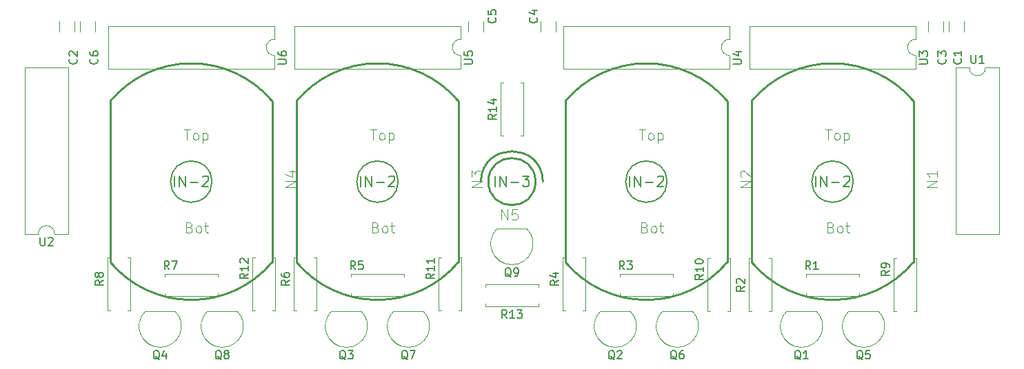
<source format=gbr>
%TF.GenerationSoftware,KiCad,Pcbnew,(6.0.0)*%
%TF.CreationDate,2022-01-22T21:07:15-08:00*%
%TF.ProjectId,nixie_tube_board,6e697869-655f-4747-9562-655f626f6172,rev?*%
%TF.SameCoordinates,Original*%
%TF.FileFunction,Legend,Top*%
%TF.FilePolarity,Positive*%
%FSLAX46Y46*%
G04 Gerber Fmt 4.6, Leading zero omitted, Abs format (unit mm)*
G04 Created by KiCad (PCBNEW (6.0.0)) date 2022-01-22 21:07:15*
%MOMM*%
%LPD*%
G01*
G04 APERTURE LIST*
%ADD10C,0.101600*%
%ADD11C,0.150000*%
%ADD12C,0.254000*%
%ADD13C,0.127000*%
%ADD14C,0.120000*%
G04 APERTURE END LIST*
D10*
%TO.C,N1*%
X165197003Y-99710119D02*
X163927003Y-99710119D01*
X165197003Y-98984404D01*
X163927003Y-98984404D01*
X165197003Y-97714404D02*
X165197003Y-98440119D01*
X165197003Y-98077261D02*
X163927003Y-98077261D01*
X164108432Y-98198214D01*
X164229384Y-98319166D01*
X164289860Y-98440119D01*
D11*
X150343809Y-99634523D02*
X150343809Y-98364523D01*
X150948571Y-99634523D02*
X150948571Y-98364523D01*
X151674285Y-99634523D01*
X151674285Y-98364523D01*
X152279047Y-99150714D02*
X153246666Y-99150714D01*
X153790952Y-98485476D02*
X153851428Y-98425000D01*
X153972380Y-98364523D01*
X154274761Y-98364523D01*
X154395714Y-98425000D01*
X154456190Y-98485476D01*
X154516666Y-98606428D01*
X154516666Y-98727380D01*
X154456190Y-98908809D01*
X153730476Y-99634523D01*
X154516666Y-99634523D01*
D10*
X152188333Y-104684285D02*
X152369761Y-104744761D01*
X152430238Y-104805238D01*
X152490714Y-104926190D01*
X152490714Y-105107619D01*
X152430238Y-105228571D01*
X152369761Y-105289047D01*
X152248809Y-105349523D01*
X151765000Y-105349523D01*
X151765000Y-104079523D01*
X152188333Y-104079523D01*
X152309285Y-104140000D01*
X152369761Y-104200476D01*
X152430238Y-104321428D01*
X152430238Y-104442380D01*
X152369761Y-104563333D01*
X152309285Y-104623809D01*
X152188333Y-104684285D01*
X151765000Y-104684285D01*
X153216428Y-105349523D02*
X153095476Y-105289047D01*
X153035000Y-105228571D01*
X152974523Y-105107619D01*
X152974523Y-104744761D01*
X153035000Y-104623809D01*
X153095476Y-104563333D01*
X153216428Y-104502857D01*
X153397857Y-104502857D01*
X153518809Y-104563333D01*
X153579285Y-104623809D01*
X153639761Y-104744761D01*
X153639761Y-105107619D01*
X153579285Y-105228571D01*
X153518809Y-105289047D01*
X153397857Y-105349523D01*
X153216428Y-105349523D01*
X154002619Y-104502857D02*
X154486428Y-104502857D01*
X154184047Y-104079523D02*
X154184047Y-105168095D01*
X154244523Y-105289047D01*
X154365476Y-105349523D01*
X154486428Y-105349523D01*
X151523095Y-92649523D02*
X152248809Y-92649523D01*
X151885952Y-93919523D02*
X151885952Y-92649523D01*
X152853571Y-93919523D02*
X152732619Y-93859047D01*
X152672142Y-93798571D01*
X152611666Y-93677619D01*
X152611666Y-93314761D01*
X152672142Y-93193809D01*
X152732619Y-93133333D01*
X152853571Y-93072857D01*
X153035000Y-93072857D01*
X153155952Y-93133333D01*
X153216428Y-93193809D01*
X153276904Y-93314761D01*
X153276904Y-93677619D01*
X153216428Y-93798571D01*
X153155952Y-93859047D01*
X153035000Y-93919523D01*
X152853571Y-93919523D01*
X153821190Y-93072857D02*
X153821190Y-94342857D01*
X153821190Y-93133333D02*
X153942142Y-93072857D01*
X154184047Y-93072857D01*
X154305000Y-93133333D01*
X154365476Y-93193809D01*
X154425952Y-93314761D01*
X154425952Y-93677619D01*
X154365476Y-93798571D01*
X154305000Y-93859047D01*
X154184047Y-93919523D01*
X153942142Y-93919523D01*
X153821190Y-93859047D01*
%TO.C,N2*%
X142337003Y-99710119D02*
X141067003Y-99710119D01*
X142337003Y-98984404D01*
X141067003Y-98984404D01*
X141187956Y-98440119D02*
X141127480Y-98379642D01*
X141067003Y-98258690D01*
X141067003Y-97956309D01*
X141127480Y-97835357D01*
X141187956Y-97774880D01*
X141308908Y-97714404D01*
X141429860Y-97714404D01*
X141611289Y-97774880D01*
X142337003Y-98500595D01*
X142337003Y-97714404D01*
D11*
X127483809Y-99634523D02*
X127483809Y-98364523D01*
X128088571Y-99634523D02*
X128088571Y-98364523D01*
X128814285Y-99634523D01*
X128814285Y-98364523D01*
X129419047Y-99150714D02*
X130386666Y-99150714D01*
X130930952Y-98485476D02*
X130991428Y-98425000D01*
X131112380Y-98364523D01*
X131414761Y-98364523D01*
X131535714Y-98425000D01*
X131596190Y-98485476D01*
X131656666Y-98606428D01*
X131656666Y-98727380D01*
X131596190Y-98908809D01*
X130870476Y-99634523D01*
X131656666Y-99634523D01*
D10*
X128663095Y-92649523D02*
X129388809Y-92649523D01*
X129025952Y-93919523D02*
X129025952Y-92649523D01*
X129993571Y-93919523D02*
X129872619Y-93859047D01*
X129812142Y-93798571D01*
X129751666Y-93677619D01*
X129751666Y-93314761D01*
X129812142Y-93193809D01*
X129872619Y-93133333D01*
X129993571Y-93072857D01*
X130175000Y-93072857D01*
X130295952Y-93133333D01*
X130356428Y-93193809D01*
X130416904Y-93314761D01*
X130416904Y-93677619D01*
X130356428Y-93798571D01*
X130295952Y-93859047D01*
X130175000Y-93919523D01*
X129993571Y-93919523D01*
X130961190Y-93072857D02*
X130961190Y-94342857D01*
X130961190Y-93133333D02*
X131082142Y-93072857D01*
X131324047Y-93072857D01*
X131445000Y-93133333D01*
X131505476Y-93193809D01*
X131565952Y-93314761D01*
X131565952Y-93677619D01*
X131505476Y-93798571D01*
X131445000Y-93859047D01*
X131324047Y-93919523D01*
X131082142Y-93919523D01*
X130961190Y-93859047D01*
X129328333Y-104684285D02*
X129509761Y-104744761D01*
X129570238Y-104805238D01*
X129630714Y-104926190D01*
X129630714Y-105107619D01*
X129570238Y-105228571D01*
X129509761Y-105289047D01*
X129388809Y-105349523D01*
X128905000Y-105349523D01*
X128905000Y-104079523D01*
X129328333Y-104079523D01*
X129449285Y-104140000D01*
X129509761Y-104200476D01*
X129570238Y-104321428D01*
X129570238Y-104442380D01*
X129509761Y-104563333D01*
X129449285Y-104623809D01*
X129328333Y-104684285D01*
X128905000Y-104684285D01*
X130356428Y-105349523D02*
X130235476Y-105289047D01*
X130175000Y-105228571D01*
X130114523Y-105107619D01*
X130114523Y-104744761D01*
X130175000Y-104623809D01*
X130235476Y-104563333D01*
X130356428Y-104502857D01*
X130537857Y-104502857D01*
X130658809Y-104563333D01*
X130719285Y-104623809D01*
X130779761Y-104744761D01*
X130779761Y-105107619D01*
X130719285Y-105228571D01*
X130658809Y-105289047D01*
X130537857Y-105349523D01*
X130356428Y-105349523D01*
X131142619Y-104502857D02*
X131626428Y-104502857D01*
X131324047Y-104079523D02*
X131324047Y-105168095D01*
X131384523Y-105289047D01*
X131505476Y-105349523D01*
X131626428Y-105349523D01*
%TO.C,N3*%
X109317003Y-99710119D02*
X108047003Y-99710119D01*
X109317003Y-98984404D01*
X108047003Y-98984404D01*
X108047003Y-98500595D02*
X108047003Y-97714404D01*
X108530813Y-98137738D01*
X108530813Y-97956309D01*
X108591289Y-97835357D01*
X108651765Y-97774880D01*
X108772718Y-97714404D01*
X109075099Y-97714404D01*
X109196051Y-97774880D01*
X109256527Y-97835357D01*
X109317003Y-97956309D01*
X109317003Y-98319166D01*
X109256527Y-98440119D01*
X109196051Y-98500595D01*
D11*
X94463809Y-99634523D02*
X94463809Y-98364523D01*
X95068571Y-99634523D02*
X95068571Y-98364523D01*
X95794285Y-99634523D01*
X95794285Y-98364523D01*
X96399047Y-99150714D02*
X97366666Y-99150714D01*
X97910952Y-98485476D02*
X97971428Y-98425000D01*
X98092380Y-98364523D01*
X98394761Y-98364523D01*
X98515714Y-98425000D01*
X98576190Y-98485476D01*
X98636666Y-98606428D01*
X98636666Y-98727380D01*
X98576190Y-98908809D01*
X97850476Y-99634523D01*
X98636666Y-99634523D01*
D10*
X96308333Y-104684285D02*
X96489761Y-104744761D01*
X96550238Y-104805238D01*
X96610714Y-104926190D01*
X96610714Y-105107619D01*
X96550238Y-105228571D01*
X96489761Y-105289047D01*
X96368809Y-105349523D01*
X95885000Y-105349523D01*
X95885000Y-104079523D01*
X96308333Y-104079523D01*
X96429285Y-104140000D01*
X96489761Y-104200476D01*
X96550238Y-104321428D01*
X96550238Y-104442380D01*
X96489761Y-104563333D01*
X96429285Y-104623809D01*
X96308333Y-104684285D01*
X95885000Y-104684285D01*
X97336428Y-105349523D02*
X97215476Y-105289047D01*
X97155000Y-105228571D01*
X97094523Y-105107619D01*
X97094523Y-104744761D01*
X97155000Y-104623809D01*
X97215476Y-104563333D01*
X97336428Y-104502857D01*
X97517857Y-104502857D01*
X97638809Y-104563333D01*
X97699285Y-104623809D01*
X97759761Y-104744761D01*
X97759761Y-105107619D01*
X97699285Y-105228571D01*
X97638809Y-105289047D01*
X97517857Y-105349523D01*
X97336428Y-105349523D01*
X98122619Y-104502857D02*
X98606428Y-104502857D01*
X98304047Y-104079523D02*
X98304047Y-105168095D01*
X98364523Y-105289047D01*
X98485476Y-105349523D01*
X98606428Y-105349523D01*
X95643095Y-92649523D02*
X96368809Y-92649523D01*
X96005952Y-93919523D02*
X96005952Y-92649523D01*
X96973571Y-93919523D02*
X96852619Y-93859047D01*
X96792142Y-93798571D01*
X96731666Y-93677619D01*
X96731666Y-93314761D01*
X96792142Y-93193809D01*
X96852619Y-93133333D01*
X96973571Y-93072857D01*
X97155000Y-93072857D01*
X97275952Y-93133333D01*
X97336428Y-93193809D01*
X97396904Y-93314761D01*
X97396904Y-93677619D01*
X97336428Y-93798571D01*
X97275952Y-93859047D01*
X97155000Y-93919523D01*
X96973571Y-93919523D01*
X97941190Y-93072857D02*
X97941190Y-94342857D01*
X97941190Y-93133333D02*
X98062142Y-93072857D01*
X98304047Y-93072857D01*
X98425000Y-93133333D01*
X98485476Y-93193809D01*
X98545952Y-93314761D01*
X98545952Y-93677619D01*
X98485476Y-93798571D01*
X98425000Y-93859047D01*
X98304047Y-93919523D01*
X98062142Y-93919523D01*
X97941190Y-93859047D01*
%TO.C,N4*%
X86457003Y-99710119D02*
X85187003Y-99710119D01*
X86457003Y-98984404D01*
X85187003Y-98984404D01*
X85610337Y-97835357D02*
X86457003Y-97835357D01*
X85126527Y-98137738D02*
X86033670Y-98440119D01*
X86033670Y-97653928D01*
D11*
X71603809Y-99634523D02*
X71603809Y-98364523D01*
X72208571Y-99634523D02*
X72208571Y-98364523D01*
X72934285Y-99634523D01*
X72934285Y-98364523D01*
X73539047Y-99150714D02*
X74506666Y-99150714D01*
X75050952Y-98485476D02*
X75111428Y-98425000D01*
X75232380Y-98364523D01*
X75534761Y-98364523D01*
X75655714Y-98425000D01*
X75716190Y-98485476D01*
X75776666Y-98606428D01*
X75776666Y-98727380D01*
X75716190Y-98908809D01*
X74990476Y-99634523D01*
X75776666Y-99634523D01*
D10*
X72783095Y-92649523D02*
X73508809Y-92649523D01*
X73145952Y-93919523D02*
X73145952Y-92649523D01*
X74113571Y-93919523D02*
X73992619Y-93859047D01*
X73932142Y-93798571D01*
X73871666Y-93677619D01*
X73871666Y-93314761D01*
X73932142Y-93193809D01*
X73992619Y-93133333D01*
X74113571Y-93072857D01*
X74295000Y-93072857D01*
X74415952Y-93133333D01*
X74476428Y-93193809D01*
X74536904Y-93314761D01*
X74536904Y-93677619D01*
X74476428Y-93798571D01*
X74415952Y-93859047D01*
X74295000Y-93919523D01*
X74113571Y-93919523D01*
X75081190Y-93072857D02*
X75081190Y-94342857D01*
X75081190Y-93133333D02*
X75202142Y-93072857D01*
X75444047Y-93072857D01*
X75565000Y-93133333D01*
X75625476Y-93193809D01*
X75685952Y-93314761D01*
X75685952Y-93677619D01*
X75625476Y-93798571D01*
X75565000Y-93859047D01*
X75444047Y-93919523D01*
X75202142Y-93919523D01*
X75081190Y-93859047D01*
X73448333Y-104684285D02*
X73629761Y-104744761D01*
X73690238Y-104805238D01*
X73750714Y-104926190D01*
X73750714Y-105107619D01*
X73690238Y-105228571D01*
X73629761Y-105289047D01*
X73508809Y-105349523D01*
X73025000Y-105349523D01*
X73025000Y-104079523D01*
X73448333Y-104079523D01*
X73569285Y-104140000D01*
X73629761Y-104200476D01*
X73690238Y-104321428D01*
X73690238Y-104442380D01*
X73629761Y-104563333D01*
X73569285Y-104623809D01*
X73448333Y-104684285D01*
X73025000Y-104684285D01*
X74476428Y-105349523D02*
X74355476Y-105289047D01*
X74295000Y-105228571D01*
X74234523Y-105107619D01*
X74234523Y-104744761D01*
X74295000Y-104623809D01*
X74355476Y-104563333D01*
X74476428Y-104502857D01*
X74657857Y-104502857D01*
X74778809Y-104563333D01*
X74839285Y-104623809D01*
X74899761Y-104744761D01*
X74899761Y-105107619D01*
X74839285Y-105228571D01*
X74778809Y-105289047D01*
X74657857Y-105349523D01*
X74476428Y-105349523D01*
X75262619Y-104502857D02*
X75746428Y-104502857D01*
X75444047Y-104079523D02*
X75444047Y-105168095D01*
X75504523Y-105289047D01*
X75625476Y-105349523D01*
X75746428Y-105349523D01*
D11*
%TO.C,Q1*%
X148494761Y-120947619D02*
X148399523Y-120900000D01*
X148304285Y-120804761D01*
X148161428Y-120661904D01*
X148066190Y-120614285D01*
X147970952Y-120614285D01*
X148018571Y-120852380D02*
X147923333Y-120804761D01*
X147828095Y-120709523D01*
X147780476Y-120519047D01*
X147780476Y-120185714D01*
X147828095Y-119995238D01*
X147923333Y-119900000D01*
X148018571Y-119852380D01*
X148209047Y-119852380D01*
X148304285Y-119900000D01*
X148399523Y-119995238D01*
X148447142Y-120185714D01*
X148447142Y-120519047D01*
X148399523Y-120709523D01*
X148304285Y-120804761D01*
X148209047Y-120852380D01*
X148018571Y-120852380D01*
X149399523Y-120852380D02*
X148828095Y-120852380D01*
X149113809Y-120852380D02*
X149113809Y-119852380D01*
X149018571Y-119995238D01*
X148923333Y-120090476D01*
X148828095Y-120138095D01*
%TO.C,Q5*%
X156114761Y-120947619D02*
X156019523Y-120900000D01*
X155924285Y-120804761D01*
X155781428Y-120661904D01*
X155686190Y-120614285D01*
X155590952Y-120614285D01*
X155638571Y-120852380D02*
X155543333Y-120804761D01*
X155448095Y-120709523D01*
X155400476Y-120519047D01*
X155400476Y-120185714D01*
X155448095Y-119995238D01*
X155543333Y-119900000D01*
X155638571Y-119852380D01*
X155829047Y-119852380D01*
X155924285Y-119900000D01*
X156019523Y-119995238D01*
X156067142Y-120185714D01*
X156067142Y-120519047D01*
X156019523Y-120709523D01*
X155924285Y-120804761D01*
X155829047Y-120852380D01*
X155638571Y-120852380D01*
X156971904Y-119852380D02*
X156495714Y-119852380D01*
X156448095Y-120328571D01*
X156495714Y-120280952D01*
X156590952Y-120233333D01*
X156829047Y-120233333D01*
X156924285Y-120280952D01*
X156971904Y-120328571D01*
X157019523Y-120423809D01*
X157019523Y-120661904D01*
X156971904Y-120757142D01*
X156924285Y-120804761D01*
X156829047Y-120852380D01*
X156590952Y-120852380D01*
X156495714Y-120804761D01*
X156448095Y-120757142D01*
%TO.C,R2*%
X141592380Y-111926666D02*
X141116190Y-112260000D01*
X141592380Y-112498095D02*
X140592380Y-112498095D01*
X140592380Y-112117142D01*
X140640000Y-112021904D01*
X140687619Y-111974285D01*
X140782857Y-111926666D01*
X140925714Y-111926666D01*
X141020952Y-111974285D01*
X141068571Y-112021904D01*
X141116190Y-112117142D01*
X141116190Y-112498095D01*
X140687619Y-111545714D02*
X140640000Y-111498095D01*
X140592380Y-111402857D01*
X140592380Y-111164761D01*
X140640000Y-111069523D01*
X140687619Y-111021904D01*
X140782857Y-110974285D01*
X140878095Y-110974285D01*
X141020952Y-111021904D01*
X141592380Y-111593333D01*
X141592380Y-110974285D01*
%TO.C,R10*%
X136512380Y-110497857D02*
X136036190Y-110831190D01*
X136512380Y-111069285D02*
X135512380Y-111069285D01*
X135512380Y-110688333D01*
X135560000Y-110593095D01*
X135607619Y-110545476D01*
X135702857Y-110497857D01*
X135845714Y-110497857D01*
X135940952Y-110545476D01*
X135988571Y-110593095D01*
X136036190Y-110688333D01*
X136036190Y-111069285D01*
X136512380Y-109545476D02*
X136512380Y-110116904D01*
X136512380Y-109831190D02*
X135512380Y-109831190D01*
X135655238Y-109926428D01*
X135750476Y-110021666D01*
X135798095Y-110116904D01*
X135512380Y-108926428D02*
X135512380Y-108831190D01*
X135560000Y-108735952D01*
X135607619Y-108688333D01*
X135702857Y-108640714D01*
X135893333Y-108593095D01*
X136131428Y-108593095D01*
X136321904Y-108640714D01*
X136417142Y-108688333D01*
X136464761Y-108735952D01*
X136512380Y-108831190D01*
X136512380Y-108926428D01*
X136464761Y-109021666D01*
X136417142Y-109069285D01*
X136321904Y-109116904D01*
X136131428Y-109164523D01*
X135893333Y-109164523D01*
X135702857Y-109116904D01*
X135607619Y-109069285D01*
X135560000Y-109021666D01*
X135512380Y-108926428D01*
%TO.C,U2*%
X55118095Y-105922380D02*
X55118095Y-106731904D01*
X55165714Y-106827142D01*
X55213333Y-106874761D01*
X55308571Y-106922380D01*
X55499047Y-106922380D01*
X55594285Y-106874761D01*
X55641904Y-106827142D01*
X55689523Y-106731904D01*
X55689523Y-105922380D01*
X56118095Y-106017619D02*
X56165714Y-105970000D01*
X56260952Y-105922380D01*
X56499047Y-105922380D01*
X56594285Y-105970000D01*
X56641904Y-106017619D01*
X56689523Y-106112857D01*
X56689523Y-106208095D01*
X56641904Y-106350952D01*
X56070476Y-106922380D01*
X56689523Y-106922380D01*
%TO.C,U3*%
X163072380Y-84581904D02*
X163881904Y-84581904D01*
X163977142Y-84534285D01*
X164024761Y-84486666D01*
X164072380Y-84391428D01*
X164072380Y-84200952D01*
X164024761Y-84105714D01*
X163977142Y-84058095D01*
X163881904Y-84010476D01*
X163072380Y-84010476D01*
X163072380Y-83629523D02*
X163072380Y-83010476D01*
X163453333Y-83343809D01*
X163453333Y-83200952D01*
X163500952Y-83105714D01*
X163548571Y-83058095D01*
X163643809Y-83010476D01*
X163881904Y-83010476D01*
X163977142Y-83058095D01*
X164024761Y-83105714D01*
X164072380Y-83200952D01*
X164072380Y-83486666D01*
X164024761Y-83581904D01*
X163977142Y-83629523D01*
%TO.C,U4*%
X140212380Y-84581904D02*
X141021904Y-84581904D01*
X141117142Y-84534285D01*
X141164761Y-84486666D01*
X141212380Y-84391428D01*
X141212380Y-84200952D01*
X141164761Y-84105714D01*
X141117142Y-84058095D01*
X141021904Y-84010476D01*
X140212380Y-84010476D01*
X140545714Y-83105714D02*
X141212380Y-83105714D01*
X140164761Y-83343809D02*
X140879047Y-83581904D01*
X140879047Y-82962857D01*
%TO.C,U5*%
X107192380Y-84581904D02*
X108001904Y-84581904D01*
X108097142Y-84534285D01*
X108144761Y-84486666D01*
X108192380Y-84391428D01*
X108192380Y-84200952D01*
X108144761Y-84105714D01*
X108097142Y-84058095D01*
X108001904Y-84010476D01*
X107192380Y-84010476D01*
X107192380Y-83058095D02*
X107192380Y-83534285D01*
X107668571Y-83581904D01*
X107620952Y-83534285D01*
X107573333Y-83439047D01*
X107573333Y-83200952D01*
X107620952Y-83105714D01*
X107668571Y-83058095D01*
X107763809Y-83010476D01*
X108001904Y-83010476D01*
X108097142Y-83058095D01*
X108144761Y-83105714D01*
X108192380Y-83200952D01*
X108192380Y-83439047D01*
X108144761Y-83534285D01*
X108097142Y-83581904D01*
%TO.C,U6*%
X84332380Y-84581904D02*
X85141904Y-84581904D01*
X85237142Y-84534285D01*
X85284761Y-84486666D01*
X85332380Y-84391428D01*
X85332380Y-84200952D01*
X85284761Y-84105714D01*
X85237142Y-84058095D01*
X85141904Y-84010476D01*
X84332380Y-84010476D01*
X84332380Y-83105714D02*
X84332380Y-83296190D01*
X84380000Y-83391428D01*
X84427619Y-83439047D01*
X84570476Y-83534285D01*
X84760952Y-83581904D01*
X85141904Y-83581904D01*
X85237142Y-83534285D01*
X85284761Y-83486666D01*
X85332380Y-83391428D01*
X85332380Y-83200952D01*
X85284761Y-83105714D01*
X85237142Y-83058095D01*
X85141904Y-83010476D01*
X84903809Y-83010476D01*
X84808571Y-83058095D01*
X84760952Y-83105714D01*
X84713333Y-83200952D01*
X84713333Y-83391428D01*
X84760952Y-83486666D01*
X84808571Y-83534285D01*
X84903809Y-83581904D01*
%TO.C,R13*%
X112387142Y-115852380D02*
X112053809Y-115376190D01*
X111815714Y-115852380D02*
X111815714Y-114852380D01*
X112196666Y-114852380D01*
X112291904Y-114900000D01*
X112339523Y-114947619D01*
X112387142Y-115042857D01*
X112387142Y-115185714D01*
X112339523Y-115280952D01*
X112291904Y-115328571D01*
X112196666Y-115376190D01*
X111815714Y-115376190D01*
X113339523Y-115852380D02*
X112768095Y-115852380D01*
X113053809Y-115852380D02*
X113053809Y-114852380D01*
X112958571Y-114995238D01*
X112863333Y-115090476D01*
X112768095Y-115138095D01*
X113672857Y-114852380D02*
X114291904Y-114852380D01*
X113958571Y-115233333D01*
X114101428Y-115233333D01*
X114196666Y-115280952D01*
X114244285Y-115328571D01*
X114291904Y-115423809D01*
X114291904Y-115661904D01*
X114244285Y-115757142D01*
X114196666Y-115804761D01*
X114101428Y-115852380D01*
X113815714Y-115852380D01*
X113720476Y-115804761D01*
X113672857Y-115757142D01*
%TO.C,R9*%
X159372380Y-110021666D02*
X158896190Y-110355000D01*
X159372380Y-110593095D02*
X158372380Y-110593095D01*
X158372380Y-110212142D01*
X158420000Y-110116904D01*
X158467619Y-110069285D01*
X158562857Y-110021666D01*
X158705714Y-110021666D01*
X158800952Y-110069285D01*
X158848571Y-110116904D01*
X158896190Y-110212142D01*
X158896190Y-110593095D01*
X159372380Y-109545476D02*
X159372380Y-109355000D01*
X159324761Y-109259761D01*
X159277142Y-109212142D01*
X159134285Y-109116904D01*
X158943809Y-109069285D01*
X158562857Y-109069285D01*
X158467619Y-109116904D01*
X158420000Y-109164523D01*
X158372380Y-109259761D01*
X158372380Y-109450238D01*
X158420000Y-109545476D01*
X158467619Y-109593095D01*
X158562857Y-109640714D01*
X158800952Y-109640714D01*
X158896190Y-109593095D01*
X158943809Y-109545476D01*
X158991428Y-109450238D01*
X158991428Y-109259761D01*
X158943809Y-109164523D01*
X158896190Y-109116904D01*
X158800952Y-109069285D01*
%TO.C,U1*%
X169418095Y-83482380D02*
X169418095Y-84291904D01*
X169465714Y-84387142D01*
X169513333Y-84434761D01*
X169608571Y-84482380D01*
X169799047Y-84482380D01*
X169894285Y-84434761D01*
X169941904Y-84387142D01*
X169989523Y-84291904D01*
X169989523Y-83482380D01*
X170989523Y-84482380D02*
X170418095Y-84482380D01*
X170703809Y-84482380D02*
X170703809Y-83482380D01*
X170608571Y-83625238D01*
X170513333Y-83720476D01*
X170418095Y-83768095D01*
%TO.C,R1*%
X149693333Y-109842380D02*
X149360000Y-109366190D01*
X149121904Y-109842380D02*
X149121904Y-108842380D01*
X149502857Y-108842380D01*
X149598095Y-108890000D01*
X149645714Y-108937619D01*
X149693333Y-109032857D01*
X149693333Y-109175714D01*
X149645714Y-109270952D01*
X149598095Y-109318571D01*
X149502857Y-109366190D01*
X149121904Y-109366190D01*
X150645714Y-109842380D02*
X150074285Y-109842380D01*
X150360000Y-109842380D02*
X150360000Y-108842380D01*
X150264761Y-108985238D01*
X150169523Y-109080476D01*
X150074285Y-109128095D01*
%TO.C,Q9*%
X112934761Y-110787619D02*
X112839523Y-110740000D01*
X112744285Y-110644761D01*
X112601428Y-110501904D01*
X112506190Y-110454285D01*
X112410952Y-110454285D01*
X112458571Y-110692380D02*
X112363333Y-110644761D01*
X112268095Y-110549523D01*
X112220476Y-110359047D01*
X112220476Y-110025714D01*
X112268095Y-109835238D01*
X112363333Y-109740000D01*
X112458571Y-109692380D01*
X112649047Y-109692380D01*
X112744285Y-109740000D01*
X112839523Y-109835238D01*
X112887142Y-110025714D01*
X112887142Y-110359047D01*
X112839523Y-110549523D01*
X112744285Y-110644761D01*
X112649047Y-110692380D01*
X112458571Y-110692380D01*
X113363333Y-110692380D02*
X113553809Y-110692380D01*
X113649047Y-110644761D01*
X113696666Y-110597142D01*
X113791904Y-110454285D01*
X113839523Y-110263809D01*
X113839523Y-109882857D01*
X113791904Y-109787619D01*
X113744285Y-109740000D01*
X113649047Y-109692380D01*
X113458571Y-109692380D01*
X113363333Y-109740000D01*
X113315714Y-109787619D01*
X113268095Y-109882857D01*
X113268095Y-110120952D01*
X113315714Y-110216190D01*
X113363333Y-110263809D01*
X113458571Y-110311428D01*
X113649047Y-110311428D01*
X113744285Y-110263809D01*
X113791904Y-110216190D01*
X113839523Y-110120952D01*
%TO.C,Q8*%
X77374761Y-120947619D02*
X77279523Y-120900000D01*
X77184285Y-120804761D01*
X77041428Y-120661904D01*
X76946190Y-120614285D01*
X76850952Y-120614285D01*
X76898571Y-120852380D02*
X76803333Y-120804761D01*
X76708095Y-120709523D01*
X76660476Y-120519047D01*
X76660476Y-120185714D01*
X76708095Y-119995238D01*
X76803333Y-119900000D01*
X76898571Y-119852380D01*
X77089047Y-119852380D01*
X77184285Y-119900000D01*
X77279523Y-119995238D01*
X77327142Y-120185714D01*
X77327142Y-120519047D01*
X77279523Y-120709523D01*
X77184285Y-120804761D01*
X77089047Y-120852380D01*
X76898571Y-120852380D01*
X77898571Y-120280952D02*
X77803333Y-120233333D01*
X77755714Y-120185714D01*
X77708095Y-120090476D01*
X77708095Y-120042857D01*
X77755714Y-119947619D01*
X77803333Y-119900000D01*
X77898571Y-119852380D01*
X78089047Y-119852380D01*
X78184285Y-119900000D01*
X78231904Y-119947619D01*
X78279523Y-120042857D01*
X78279523Y-120090476D01*
X78231904Y-120185714D01*
X78184285Y-120233333D01*
X78089047Y-120280952D01*
X77898571Y-120280952D01*
X77803333Y-120328571D01*
X77755714Y-120376190D01*
X77708095Y-120471428D01*
X77708095Y-120661904D01*
X77755714Y-120757142D01*
X77803333Y-120804761D01*
X77898571Y-120852380D01*
X78089047Y-120852380D01*
X78184285Y-120804761D01*
X78231904Y-120757142D01*
X78279523Y-120661904D01*
X78279523Y-120471428D01*
X78231904Y-120376190D01*
X78184285Y-120328571D01*
X78089047Y-120280952D01*
%TO.C,R11*%
X103492380Y-110397857D02*
X103016190Y-110731190D01*
X103492380Y-110969285D02*
X102492380Y-110969285D01*
X102492380Y-110588333D01*
X102540000Y-110493095D01*
X102587619Y-110445476D01*
X102682857Y-110397857D01*
X102825714Y-110397857D01*
X102920952Y-110445476D01*
X102968571Y-110493095D01*
X103016190Y-110588333D01*
X103016190Y-110969285D01*
X103492380Y-109445476D02*
X103492380Y-110016904D01*
X103492380Y-109731190D02*
X102492380Y-109731190D01*
X102635238Y-109826428D01*
X102730476Y-109921666D01*
X102778095Y-110016904D01*
X103492380Y-108493095D02*
X103492380Y-109064523D01*
X103492380Y-108778809D02*
X102492380Y-108778809D01*
X102635238Y-108874047D01*
X102730476Y-108969285D01*
X102778095Y-109064523D01*
%TO.C,C3*%
X166237142Y-83966666D02*
X166284761Y-84014285D01*
X166332380Y-84157142D01*
X166332380Y-84252380D01*
X166284761Y-84395238D01*
X166189523Y-84490476D01*
X166094285Y-84538095D01*
X165903809Y-84585714D01*
X165760952Y-84585714D01*
X165570476Y-84538095D01*
X165475238Y-84490476D01*
X165380000Y-84395238D01*
X165332380Y-84252380D01*
X165332380Y-84157142D01*
X165380000Y-84014285D01*
X165427619Y-83966666D01*
X165332380Y-83633333D02*
X165332380Y-83014285D01*
X165713333Y-83347619D01*
X165713333Y-83204761D01*
X165760952Y-83109523D01*
X165808571Y-83061904D01*
X165903809Y-83014285D01*
X166141904Y-83014285D01*
X166237142Y-83061904D01*
X166284761Y-83109523D01*
X166332380Y-83204761D01*
X166332380Y-83490476D01*
X166284761Y-83585714D01*
X166237142Y-83633333D01*
%TO.C,R8*%
X62852380Y-111191666D02*
X62376190Y-111525000D01*
X62852380Y-111763095D02*
X61852380Y-111763095D01*
X61852380Y-111382142D01*
X61900000Y-111286904D01*
X61947619Y-111239285D01*
X62042857Y-111191666D01*
X62185714Y-111191666D01*
X62280952Y-111239285D01*
X62328571Y-111286904D01*
X62376190Y-111382142D01*
X62376190Y-111763095D01*
X62280952Y-110620238D02*
X62233333Y-110715476D01*
X62185714Y-110763095D01*
X62090476Y-110810714D01*
X62042857Y-110810714D01*
X61947619Y-110763095D01*
X61900000Y-110715476D01*
X61852380Y-110620238D01*
X61852380Y-110429761D01*
X61900000Y-110334523D01*
X61947619Y-110286904D01*
X62042857Y-110239285D01*
X62090476Y-110239285D01*
X62185714Y-110286904D01*
X62233333Y-110334523D01*
X62280952Y-110429761D01*
X62280952Y-110620238D01*
X62328571Y-110715476D01*
X62376190Y-110763095D01*
X62471428Y-110810714D01*
X62661904Y-110810714D01*
X62757142Y-110763095D01*
X62804761Y-110715476D01*
X62852380Y-110620238D01*
X62852380Y-110429761D01*
X62804761Y-110334523D01*
X62757142Y-110286904D01*
X62661904Y-110239285D01*
X62471428Y-110239285D01*
X62376190Y-110286904D01*
X62328571Y-110334523D01*
X62280952Y-110429761D01*
%TO.C,Q6*%
X133254761Y-120947619D02*
X133159523Y-120900000D01*
X133064285Y-120804761D01*
X132921428Y-120661904D01*
X132826190Y-120614285D01*
X132730952Y-120614285D01*
X132778571Y-120852380D02*
X132683333Y-120804761D01*
X132588095Y-120709523D01*
X132540476Y-120519047D01*
X132540476Y-120185714D01*
X132588095Y-119995238D01*
X132683333Y-119900000D01*
X132778571Y-119852380D01*
X132969047Y-119852380D01*
X133064285Y-119900000D01*
X133159523Y-119995238D01*
X133207142Y-120185714D01*
X133207142Y-120519047D01*
X133159523Y-120709523D01*
X133064285Y-120804761D01*
X132969047Y-120852380D01*
X132778571Y-120852380D01*
X134064285Y-119852380D02*
X133873809Y-119852380D01*
X133778571Y-119900000D01*
X133730952Y-119947619D01*
X133635714Y-120090476D01*
X133588095Y-120280952D01*
X133588095Y-120661904D01*
X133635714Y-120757142D01*
X133683333Y-120804761D01*
X133778571Y-120852380D01*
X133969047Y-120852380D01*
X134064285Y-120804761D01*
X134111904Y-120757142D01*
X134159523Y-120661904D01*
X134159523Y-120423809D01*
X134111904Y-120328571D01*
X134064285Y-120280952D01*
X133969047Y-120233333D01*
X133778571Y-120233333D01*
X133683333Y-120280952D01*
X133635714Y-120328571D01*
X133588095Y-120423809D01*
%TO.C,R5*%
X93813333Y-109842380D02*
X93480000Y-109366190D01*
X93241904Y-109842380D02*
X93241904Y-108842380D01*
X93622857Y-108842380D01*
X93718095Y-108890000D01*
X93765714Y-108937619D01*
X93813333Y-109032857D01*
X93813333Y-109175714D01*
X93765714Y-109270952D01*
X93718095Y-109318571D01*
X93622857Y-109366190D01*
X93241904Y-109366190D01*
X94718095Y-108842380D02*
X94241904Y-108842380D01*
X94194285Y-109318571D01*
X94241904Y-109270952D01*
X94337142Y-109223333D01*
X94575238Y-109223333D01*
X94670476Y-109270952D01*
X94718095Y-109318571D01*
X94765714Y-109413809D01*
X94765714Y-109651904D01*
X94718095Y-109747142D01*
X94670476Y-109794761D01*
X94575238Y-109842380D01*
X94337142Y-109842380D01*
X94241904Y-109794761D01*
X94194285Y-109747142D01*
%TO.C,C1*%
X168142142Y-83940666D02*
X168189761Y-83988285D01*
X168237380Y-84131142D01*
X168237380Y-84226380D01*
X168189761Y-84369238D01*
X168094523Y-84464476D01*
X167999285Y-84512095D01*
X167808809Y-84559714D01*
X167665952Y-84559714D01*
X167475476Y-84512095D01*
X167380238Y-84464476D01*
X167285000Y-84369238D01*
X167237380Y-84226380D01*
X167237380Y-84131142D01*
X167285000Y-83988285D01*
X167332619Y-83940666D01*
X168237380Y-82988285D02*
X168237380Y-83559714D01*
X168237380Y-83274000D02*
X167237380Y-83274000D01*
X167380238Y-83369238D01*
X167475476Y-83464476D01*
X167523095Y-83559714D01*
%TO.C,C4*%
X116072142Y-78886666D02*
X116119761Y-78934285D01*
X116167380Y-79077142D01*
X116167380Y-79172380D01*
X116119761Y-79315238D01*
X116024523Y-79410476D01*
X115929285Y-79458095D01*
X115738809Y-79505714D01*
X115595952Y-79505714D01*
X115405476Y-79458095D01*
X115310238Y-79410476D01*
X115215000Y-79315238D01*
X115167380Y-79172380D01*
X115167380Y-79077142D01*
X115215000Y-78934285D01*
X115262619Y-78886666D01*
X115500714Y-78029523D02*
X116167380Y-78029523D01*
X115119761Y-78267619D02*
X115834047Y-78505714D01*
X115834047Y-77886666D01*
%TO.C,R7*%
X70953333Y-109842380D02*
X70620000Y-109366190D01*
X70381904Y-109842380D02*
X70381904Y-108842380D01*
X70762857Y-108842380D01*
X70858095Y-108890000D01*
X70905714Y-108937619D01*
X70953333Y-109032857D01*
X70953333Y-109175714D01*
X70905714Y-109270952D01*
X70858095Y-109318571D01*
X70762857Y-109366190D01*
X70381904Y-109366190D01*
X71286666Y-108842380D02*
X71953333Y-108842380D01*
X71524761Y-109842380D01*
%TO.C,R6*%
X85712380Y-111191666D02*
X85236190Y-111525000D01*
X85712380Y-111763095D02*
X84712380Y-111763095D01*
X84712380Y-111382142D01*
X84760000Y-111286904D01*
X84807619Y-111239285D01*
X84902857Y-111191666D01*
X85045714Y-111191666D01*
X85140952Y-111239285D01*
X85188571Y-111286904D01*
X85236190Y-111382142D01*
X85236190Y-111763095D01*
X84712380Y-110334523D02*
X84712380Y-110525000D01*
X84760000Y-110620238D01*
X84807619Y-110667857D01*
X84950476Y-110763095D01*
X85140952Y-110810714D01*
X85521904Y-110810714D01*
X85617142Y-110763095D01*
X85664761Y-110715476D01*
X85712380Y-110620238D01*
X85712380Y-110429761D01*
X85664761Y-110334523D01*
X85617142Y-110286904D01*
X85521904Y-110239285D01*
X85283809Y-110239285D01*
X85188571Y-110286904D01*
X85140952Y-110334523D01*
X85093333Y-110429761D01*
X85093333Y-110620238D01*
X85140952Y-110715476D01*
X85188571Y-110763095D01*
X85283809Y-110810714D01*
%TO.C,Q7*%
X100234761Y-120947619D02*
X100139523Y-120900000D01*
X100044285Y-120804761D01*
X99901428Y-120661904D01*
X99806190Y-120614285D01*
X99710952Y-120614285D01*
X99758571Y-120852380D02*
X99663333Y-120804761D01*
X99568095Y-120709523D01*
X99520476Y-120519047D01*
X99520476Y-120185714D01*
X99568095Y-119995238D01*
X99663333Y-119900000D01*
X99758571Y-119852380D01*
X99949047Y-119852380D01*
X100044285Y-119900000D01*
X100139523Y-119995238D01*
X100187142Y-120185714D01*
X100187142Y-120519047D01*
X100139523Y-120709523D01*
X100044285Y-120804761D01*
X99949047Y-120852380D01*
X99758571Y-120852380D01*
X100520476Y-119852380D02*
X101187142Y-119852380D01*
X100758571Y-120852380D01*
%TO.C,R14*%
X111112380Y-90812857D02*
X110636190Y-91146190D01*
X111112380Y-91384285D02*
X110112380Y-91384285D01*
X110112380Y-91003333D01*
X110160000Y-90908095D01*
X110207619Y-90860476D01*
X110302857Y-90812857D01*
X110445714Y-90812857D01*
X110540952Y-90860476D01*
X110588571Y-90908095D01*
X110636190Y-91003333D01*
X110636190Y-91384285D01*
X111112380Y-89860476D02*
X111112380Y-90431904D01*
X111112380Y-90146190D02*
X110112380Y-90146190D01*
X110255238Y-90241428D01*
X110350476Y-90336666D01*
X110398095Y-90431904D01*
X110445714Y-89003333D02*
X111112380Y-89003333D01*
X110064761Y-89241428D02*
X110779047Y-89479523D01*
X110779047Y-88860476D01*
%TO.C,R3*%
X126833333Y-109842380D02*
X126500000Y-109366190D01*
X126261904Y-109842380D02*
X126261904Y-108842380D01*
X126642857Y-108842380D01*
X126738095Y-108890000D01*
X126785714Y-108937619D01*
X126833333Y-109032857D01*
X126833333Y-109175714D01*
X126785714Y-109270952D01*
X126738095Y-109318571D01*
X126642857Y-109366190D01*
X126261904Y-109366190D01*
X127166666Y-108842380D02*
X127785714Y-108842380D01*
X127452380Y-109223333D01*
X127595238Y-109223333D01*
X127690476Y-109270952D01*
X127738095Y-109318571D01*
X127785714Y-109413809D01*
X127785714Y-109651904D01*
X127738095Y-109747142D01*
X127690476Y-109794761D01*
X127595238Y-109842380D01*
X127309523Y-109842380D01*
X127214285Y-109794761D01*
X127166666Y-109747142D01*
%TO.C,Q3*%
X92614761Y-120947619D02*
X92519523Y-120900000D01*
X92424285Y-120804761D01*
X92281428Y-120661904D01*
X92186190Y-120614285D01*
X92090952Y-120614285D01*
X92138571Y-120852380D02*
X92043333Y-120804761D01*
X91948095Y-120709523D01*
X91900476Y-120519047D01*
X91900476Y-120185714D01*
X91948095Y-119995238D01*
X92043333Y-119900000D01*
X92138571Y-119852380D01*
X92329047Y-119852380D01*
X92424285Y-119900000D01*
X92519523Y-119995238D01*
X92567142Y-120185714D01*
X92567142Y-120519047D01*
X92519523Y-120709523D01*
X92424285Y-120804761D01*
X92329047Y-120852380D01*
X92138571Y-120852380D01*
X92900476Y-119852380D02*
X93519523Y-119852380D01*
X93186190Y-120233333D01*
X93329047Y-120233333D01*
X93424285Y-120280952D01*
X93471904Y-120328571D01*
X93519523Y-120423809D01*
X93519523Y-120661904D01*
X93471904Y-120757142D01*
X93424285Y-120804761D01*
X93329047Y-120852380D01*
X93043333Y-120852380D01*
X92948095Y-120804761D01*
X92900476Y-120757142D01*
%TO.C,Q2*%
X125634761Y-120947619D02*
X125539523Y-120900000D01*
X125444285Y-120804761D01*
X125301428Y-120661904D01*
X125206190Y-120614285D01*
X125110952Y-120614285D01*
X125158571Y-120852380D02*
X125063333Y-120804761D01*
X124968095Y-120709523D01*
X124920476Y-120519047D01*
X124920476Y-120185714D01*
X124968095Y-119995238D01*
X125063333Y-119900000D01*
X125158571Y-119852380D01*
X125349047Y-119852380D01*
X125444285Y-119900000D01*
X125539523Y-119995238D01*
X125587142Y-120185714D01*
X125587142Y-120519047D01*
X125539523Y-120709523D01*
X125444285Y-120804761D01*
X125349047Y-120852380D01*
X125158571Y-120852380D01*
X125968095Y-119947619D02*
X126015714Y-119900000D01*
X126110952Y-119852380D01*
X126349047Y-119852380D01*
X126444285Y-119900000D01*
X126491904Y-119947619D01*
X126539523Y-120042857D01*
X126539523Y-120138095D01*
X126491904Y-120280952D01*
X125920476Y-120852380D01*
X126539523Y-120852380D01*
%TO.C,Q4*%
X69754761Y-120947619D02*
X69659523Y-120900000D01*
X69564285Y-120804761D01*
X69421428Y-120661904D01*
X69326190Y-120614285D01*
X69230952Y-120614285D01*
X69278571Y-120852380D02*
X69183333Y-120804761D01*
X69088095Y-120709523D01*
X69040476Y-120519047D01*
X69040476Y-120185714D01*
X69088095Y-119995238D01*
X69183333Y-119900000D01*
X69278571Y-119852380D01*
X69469047Y-119852380D01*
X69564285Y-119900000D01*
X69659523Y-119995238D01*
X69707142Y-120185714D01*
X69707142Y-120519047D01*
X69659523Y-120709523D01*
X69564285Y-120804761D01*
X69469047Y-120852380D01*
X69278571Y-120852380D01*
X70564285Y-120185714D02*
X70564285Y-120852380D01*
X70326190Y-119804761D02*
X70088095Y-120519047D01*
X70707142Y-120519047D01*
D10*
%TO.C,N5*%
X111744880Y-103762023D02*
X111744880Y-102492023D01*
X112470595Y-103762023D01*
X112470595Y-102492023D01*
X113680119Y-102492023D02*
X113075357Y-102492023D01*
X113014880Y-103096785D01*
X113075357Y-103036309D01*
X113196309Y-102975833D01*
X113498690Y-102975833D01*
X113619642Y-103036309D01*
X113680119Y-103096785D01*
X113740595Y-103217738D01*
X113740595Y-103520119D01*
X113680119Y-103641071D01*
X113619642Y-103701547D01*
X113498690Y-103762023D01*
X113196309Y-103762023D01*
X113075357Y-103701547D01*
X113014880Y-103641071D01*
D11*
X110973809Y-99634523D02*
X110973809Y-98364523D01*
X111578571Y-99634523D02*
X111578571Y-98364523D01*
X112304285Y-99634523D01*
X112304285Y-98364523D01*
X112909047Y-99150714D02*
X113876666Y-99150714D01*
X114360476Y-98364523D02*
X115146666Y-98364523D01*
X114723333Y-98848333D01*
X114904761Y-98848333D01*
X115025714Y-98908809D01*
X115086190Y-98969285D01*
X115146666Y-99090238D01*
X115146666Y-99392619D01*
X115086190Y-99513571D01*
X115025714Y-99574047D01*
X114904761Y-99634523D01*
X114541904Y-99634523D01*
X114420952Y-99574047D01*
X114360476Y-99513571D01*
%TO.C,C2*%
X59557142Y-83966666D02*
X59604761Y-84014285D01*
X59652380Y-84157142D01*
X59652380Y-84252380D01*
X59604761Y-84395238D01*
X59509523Y-84490476D01*
X59414285Y-84538095D01*
X59223809Y-84585714D01*
X59080952Y-84585714D01*
X58890476Y-84538095D01*
X58795238Y-84490476D01*
X58700000Y-84395238D01*
X58652380Y-84252380D01*
X58652380Y-84157142D01*
X58700000Y-84014285D01*
X58747619Y-83966666D01*
X58747619Y-83585714D02*
X58700000Y-83538095D01*
X58652380Y-83442857D01*
X58652380Y-83204761D01*
X58700000Y-83109523D01*
X58747619Y-83061904D01*
X58842857Y-83014285D01*
X58938095Y-83014285D01*
X59080952Y-83061904D01*
X59652380Y-83633333D01*
X59652380Y-83014285D01*
%TO.C,C6*%
X62097142Y-83966666D02*
X62144761Y-84014285D01*
X62192380Y-84157142D01*
X62192380Y-84252380D01*
X62144761Y-84395238D01*
X62049523Y-84490476D01*
X61954285Y-84538095D01*
X61763809Y-84585714D01*
X61620952Y-84585714D01*
X61430476Y-84538095D01*
X61335238Y-84490476D01*
X61240000Y-84395238D01*
X61192380Y-84252380D01*
X61192380Y-84157142D01*
X61240000Y-84014285D01*
X61287619Y-83966666D01*
X61192380Y-83109523D02*
X61192380Y-83300000D01*
X61240000Y-83395238D01*
X61287619Y-83442857D01*
X61430476Y-83538095D01*
X61620952Y-83585714D01*
X62001904Y-83585714D01*
X62097142Y-83538095D01*
X62144761Y-83490476D01*
X62192380Y-83395238D01*
X62192380Y-83204761D01*
X62144761Y-83109523D01*
X62097142Y-83061904D01*
X62001904Y-83014285D01*
X61763809Y-83014285D01*
X61668571Y-83061904D01*
X61620952Y-83109523D01*
X61573333Y-83204761D01*
X61573333Y-83395238D01*
X61620952Y-83490476D01*
X61668571Y-83538095D01*
X61763809Y-83585714D01*
%TO.C,R12*%
X80632380Y-110397857D02*
X80156190Y-110731190D01*
X80632380Y-110969285D02*
X79632380Y-110969285D01*
X79632380Y-110588333D01*
X79680000Y-110493095D01*
X79727619Y-110445476D01*
X79822857Y-110397857D01*
X79965714Y-110397857D01*
X80060952Y-110445476D01*
X80108571Y-110493095D01*
X80156190Y-110588333D01*
X80156190Y-110969285D01*
X80632380Y-109445476D02*
X80632380Y-110016904D01*
X80632380Y-109731190D02*
X79632380Y-109731190D01*
X79775238Y-109826428D01*
X79870476Y-109921666D01*
X79918095Y-110016904D01*
X79727619Y-109064523D02*
X79680000Y-109016904D01*
X79632380Y-108921666D01*
X79632380Y-108683571D01*
X79680000Y-108588333D01*
X79727619Y-108540714D01*
X79822857Y-108493095D01*
X79918095Y-108493095D01*
X80060952Y-108540714D01*
X80632380Y-109112142D01*
X80632380Y-108493095D01*
%TO.C,C5*%
X110992142Y-78886666D02*
X111039761Y-78934285D01*
X111087380Y-79077142D01*
X111087380Y-79172380D01*
X111039761Y-79315238D01*
X110944523Y-79410476D01*
X110849285Y-79458095D01*
X110658809Y-79505714D01*
X110515952Y-79505714D01*
X110325476Y-79458095D01*
X110230238Y-79410476D01*
X110135000Y-79315238D01*
X110087380Y-79172380D01*
X110087380Y-79077142D01*
X110135000Y-78934285D01*
X110182619Y-78886666D01*
X110087380Y-77981904D02*
X110087380Y-78458095D01*
X110563571Y-78505714D01*
X110515952Y-78458095D01*
X110468333Y-78362857D01*
X110468333Y-78124761D01*
X110515952Y-78029523D01*
X110563571Y-77981904D01*
X110658809Y-77934285D01*
X110896904Y-77934285D01*
X110992142Y-77981904D01*
X111039761Y-78029523D01*
X111087380Y-78124761D01*
X111087380Y-78362857D01*
X111039761Y-78458095D01*
X110992142Y-78505714D01*
%TO.C,R4*%
X118732380Y-111191666D02*
X118256190Y-111525000D01*
X118732380Y-111763095D02*
X117732380Y-111763095D01*
X117732380Y-111382142D01*
X117780000Y-111286904D01*
X117827619Y-111239285D01*
X117922857Y-111191666D01*
X118065714Y-111191666D01*
X118160952Y-111239285D01*
X118208571Y-111286904D01*
X118256190Y-111382142D01*
X118256190Y-111763095D01*
X118065714Y-110334523D02*
X118732380Y-110334523D01*
X117684761Y-110572619D02*
X118399047Y-110810714D01*
X118399047Y-110191666D01*
D12*
%TO.C,N1*%
X142478760Y-108981240D02*
X142478760Y-89138760D01*
X162321240Y-89138760D02*
X162321240Y-108981240D01*
X162322433Y-89140181D02*
G75*
G03*
X142478760Y-89138760I-9922433J-8324698D01*
G01*
X142477567Y-108979819D02*
G75*
G03*
X162321240Y-108981240I9922433J8324698D01*
G01*
D13*
X154940000Y-99060000D02*
G75*
G03*
X154940000Y-99060000I-2540000J0D01*
G01*
D12*
%TO.C,N2*%
X139461240Y-89138760D02*
X139461240Y-108981240D01*
X119618760Y-108981240D02*
X119618760Y-89138760D01*
X139462433Y-89140181D02*
G75*
G03*
X119618760Y-89138760I-9922433J-8324698D01*
G01*
X119617567Y-108979819D02*
G75*
G03*
X139461240Y-108981240I9922433J8324698D01*
G01*
D13*
X132080000Y-99060000D02*
G75*
G03*
X132080000Y-99060000I-2540000J0D01*
G01*
D12*
%TO.C,N3*%
X106441240Y-89138760D02*
X106441240Y-108981240D01*
X86598760Y-108981240D02*
X86598760Y-89138760D01*
X86597567Y-108979819D02*
G75*
G03*
X106441240Y-108981240I9922433J8324698D01*
G01*
X106442433Y-89140181D02*
G75*
G03*
X86598760Y-89138760I-9922433J-8324698D01*
G01*
D13*
X99060000Y-99060000D02*
G75*
G03*
X99060000Y-99060000I-2540000J0D01*
G01*
%TO.C,N4*%
X76200000Y-99060000D02*
G75*
G03*
X76200000Y-99060000I-2540000J0D01*
G01*
D12*
X63737567Y-108979819D02*
G75*
G03*
X83581240Y-108981240I9922433J8324698D01*
G01*
X83582433Y-89140181D02*
G75*
G03*
X63738760Y-89138760I-9922433J-8324698D01*
G01*
X63738760Y-108981240D02*
X63738760Y-89138760D01*
X83581240Y-89138760D02*
X83581240Y-108981240D01*
D14*
%TO.C,Q1*%
X146751522Y-115001522D02*
G75*
G03*
X148590000Y-119440000I1838478J-1838478D01*
G01*
X148590000Y-119440001D02*
G75*
G03*
X150428478Y-115001522I0J2600001D01*
G01*
X150390000Y-114990000D02*
X146790000Y-114990000D01*
%TO.C,Q5*%
X154371522Y-115001522D02*
G75*
G03*
X156210000Y-119440000I1838478J-1838478D01*
G01*
X156210000Y-119440001D02*
G75*
G03*
X158048478Y-115001522I0J2600001D01*
G01*
X158010000Y-114990000D02*
X154410000Y-114990000D01*
%TO.C,R2*%
X144880000Y-108490000D02*
X144550000Y-108490000D01*
X142140000Y-108490000D02*
X142470000Y-108490000D01*
X144550000Y-115030000D02*
X144880000Y-115030000D01*
X142140000Y-115030000D02*
X142140000Y-108490000D01*
X142470000Y-115030000D02*
X142140000Y-115030000D01*
X144880000Y-115030000D02*
X144880000Y-108490000D01*
%TO.C,R10*%
X137390000Y-115030000D02*
X137060000Y-115030000D01*
X139470000Y-115030000D02*
X139800000Y-115030000D01*
X139800000Y-115030000D02*
X139800000Y-108490000D01*
X137060000Y-115030000D02*
X137060000Y-108490000D01*
X137060000Y-108490000D02*
X137390000Y-108490000D01*
X139800000Y-108490000D02*
X139470000Y-108490000D01*
%TO.C,U2*%
X58530000Y-105470000D02*
X58530000Y-85030000D01*
X56880000Y-105470000D02*
X58530000Y-105470000D01*
X53230000Y-85030000D02*
X53230000Y-105470000D01*
X58530000Y-85030000D02*
X53230000Y-85030000D01*
X53230000Y-105470000D02*
X54880000Y-105470000D01*
X56880000Y-105470000D02*
G75*
G03*
X54880000Y-105470000I-1000000J0D01*
G01*
%TO.C,U3*%
X142180000Y-85200000D02*
X162620000Y-85200000D01*
X162620000Y-81550000D02*
X162620000Y-79900000D01*
X162620000Y-85200000D02*
X162620000Y-83550000D01*
X162620000Y-79900000D02*
X142180000Y-79900000D01*
X142180000Y-79900000D02*
X142180000Y-85200000D01*
X162620000Y-81550000D02*
G75*
G03*
X162620000Y-83550000I0J-1000000D01*
G01*
%TO.C,U4*%
X119320000Y-85200000D02*
X139760000Y-85200000D01*
X139760000Y-81550000D02*
X139760000Y-79900000D01*
X139760000Y-79900000D02*
X119320000Y-79900000D01*
X139760000Y-85200000D02*
X139760000Y-83550000D01*
X119320000Y-79900000D02*
X119320000Y-85200000D01*
X139760000Y-81550000D02*
G75*
G03*
X139760000Y-83550000I0J-1000000D01*
G01*
%TO.C,U5*%
X106740000Y-79900000D02*
X86300000Y-79900000D01*
X86300000Y-79900000D02*
X86300000Y-85200000D01*
X106740000Y-81550000D02*
X106740000Y-79900000D01*
X106740000Y-85200000D02*
X106740000Y-83550000D01*
X86300000Y-85200000D02*
X106740000Y-85200000D01*
X106740000Y-81550000D02*
G75*
G03*
X106740000Y-83550000I0J-1000000D01*
G01*
%TO.C,U6*%
X83880000Y-81550000D02*
X83880000Y-79900000D01*
X63440000Y-85200000D02*
X83880000Y-85200000D01*
X83880000Y-85200000D02*
X83880000Y-83550000D01*
X83880000Y-79900000D02*
X63440000Y-79900000D01*
X63440000Y-79900000D02*
X63440000Y-85200000D01*
X83880000Y-81550000D02*
G75*
G03*
X83880000Y-83550000I0J-1000000D01*
G01*
%TO.C,R13*%
X116300000Y-111990000D02*
X116300000Y-111660000D01*
X109760000Y-111660000D02*
X109760000Y-111990000D01*
X116300000Y-114400000D02*
X109760000Y-114400000D01*
X109760000Y-114400000D02*
X109760000Y-114070000D01*
X116300000Y-111660000D02*
X109760000Y-111660000D01*
X116300000Y-114070000D02*
X116300000Y-114400000D01*
%TO.C,R9*%
X162660000Y-115030000D02*
X162660000Y-108490000D01*
X159920000Y-108490000D02*
X160250000Y-108490000D01*
X159920000Y-115030000D02*
X159920000Y-108490000D01*
X160250000Y-115030000D02*
X159920000Y-115030000D01*
X162660000Y-108490000D02*
X162330000Y-108490000D01*
X162330000Y-115030000D02*
X162660000Y-115030000D01*
%TO.C,U1*%
X169180000Y-85030000D02*
G75*
G03*
X171180000Y-85030000I1000000J0D01*
G01*
X172830000Y-105470000D02*
X172830000Y-85030000D01*
X167530000Y-105470000D02*
X172830000Y-105470000D01*
X167530000Y-85030000D02*
X167530000Y-105470000D01*
X169180000Y-85030000D02*
X167530000Y-85030000D01*
X172830000Y-85030000D02*
X171180000Y-85030000D01*
%TO.C,R1*%
X149130000Y-112800000D02*
X149130000Y-113130000D01*
X149130000Y-113130000D02*
X155670000Y-113130000D01*
X149130000Y-110390000D02*
X155670000Y-110390000D01*
X149130000Y-110720000D02*
X149130000Y-110390000D01*
X155670000Y-110390000D02*
X155670000Y-110720000D01*
X155670000Y-113130000D02*
X155670000Y-112800000D01*
%TO.C,Q9*%
X114830000Y-104830000D02*
X111230000Y-104830000D01*
X111191522Y-104841522D02*
G75*
G03*
X113030000Y-109280000I1838478J-1838478D01*
G01*
X113030000Y-109280001D02*
G75*
G03*
X114868478Y-104841522I0J2600001D01*
G01*
%TO.C,Q8*%
X77470000Y-119440001D02*
G75*
G03*
X79308478Y-115001522I0J2600001D01*
G01*
X75631522Y-115001522D02*
G75*
G03*
X77470000Y-119440000I1838478J-1838478D01*
G01*
X79270000Y-114990000D02*
X75670000Y-114990000D01*
%TO.C,R11*%
X104040000Y-108390000D02*
X104370000Y-108390000D01*
X106780000Y-114930000D02*
X106780000Y-108390000D01*
X104370000Y-114930000D02*
X104040000Y-114930000D01*
X106450000Y-114930000D02*
X106780000Y-114930000D01*
X106780000Y-108390000D02*
X106450000Y-108390000D01*
X104040000Y-114930000D02*
X104040000Y-108390000D01*
%TO.C,C3*%
X164180000Y-79361000D02*
X164180000Y-80619000D01*
X166020000Y-79361000D02*
X166020000Y-80619000D01*
%TO.C,R8*%
X63400000Y-114930000D02*
X63400000Y-108390000D01*
X66140000Y-114930000D02*
X66140000Y-108390000D01*
X63400000Y-108390000D02*
X63730000Y-108390000D01*
X65810000Y-114930000D02*
X66140000Y-114930000D01*
X66140000Y-108390000D02*
X65810000Y-108390000D01*
X63730000Y-114930000D02*
X63400000Y-114930000D01*
%TO.C,Q6*%
X135150000Y-114990000D02*
X131550000Y-114990000D01*
X133350000Y-119440001D02*
G75*
G03*
X135188478Y-115001522I0J2600001D01*
G01*
X131511522Y-115001522D02*
G75*
G03*
X133350000Y-119440000I1838478J-1838478D01*
G01*
%TO.C,R5*%
X93250000Y-112800000D02*
X93250000Y-113130000D01*
X93250000Y-110720000D02*
X93250000Y-110390000D01*
X99790000Y-113130000D02*
X99790000Y-112800000D01*
X93250000Y-110390000D02*
X99790000Y-110390000D01*
X93250000Y-113130000D02*
X99790000Y-113130000D01*
X99790000Y-110390000D02*
X99790000Y-110720000D01*
%TO.C,C1*%
X166720000Y-79361000D02*
X166720000Y-80619000D01*
X168560000Y-79361000D02*
X168560000Y-80619000D01*
%TO.C,C4*%
X116555000Y-79361000D02*
X116555000Y-80619000D01*
X118395000Y-79361000D02*
X118395000Y-80619000D01*
%TO.C,R7*%
X70390000Y-110390000D02*
X76930000Y-110390000D01*
X76930000Y-110390000D02*
X76930000Y-110720000D01*
X70390000Y-113130000D02*
X76930000Y-113130000D01*
X70390000Y-112800000D02*
X70390000Y-113130000D01*
X70390000Y-110720000D02*
X70390000Y-110390000D01*
X76930000Y-113130000D02*
X76930000Y-112800000D01*
%TO.C,R6*%
X89000000Y-114930000D02*
X89000000Y-108390000D01*
X88670000Y-114930000D02*
X89000000Y-114930000D01*
X86260000Y-108390000D02*
X86590000Y-108390000D01*
X86260000Y-114930000D02*
X86260000Y-108390000D01*
X89000000Y-108390000D02*
X88670000Y-108390000D01*
X86590000Y-114930000D02*
X86260000Y-114930000D01*
%TO.C,Q7*%
X100330000Y-119440001D02*
G75*
G03*
X102168478Y-115001522I0J2600001D01*
G01*
X98491522Y-115001522D02*
G75*
G03*
X100330000Y-119440000I1838478J-1838478D01*
G01*
X102130000Y-114990000D02*
X98530000Y-114990000D01*
%TO.C,R14*%
X114070000Y-93440000D02*
X114400000Y-93440000D01*
X111990000Y-93440000D02*
X111660000Y-93440000D01*
X114400000Y-86900000D02*
X114070000Y-86900000D01*
X111660000Y-93440000D02*
X111660000Y-86900000D01*
X114400000Y-93440000D02*
X114400000Y-86900000D01*
X111660000Y-86900000D02*
X111990000Y-86900000D01*
%TO.C,R3*%
X126270000Y-112800000D02*
X126270000Y-113130000D01*
X132810000Y-113130000D02*
X132810000Y-112800000D01*
X126270000Y-110390000D02*
X132810000Y-110390000D01*
X132810000Y-110390000D02*
X132810000Y-110720000D01*
X126270000Y-110720000D02*
X126270000Y-110390000D01*
X126270000Y-113130000D02*
X132810000Y-113130000D01*
%TO.C,Q3*%
X92710000Y-119440001D02*
G75*
G03*
X94548478Y-115001522I0J2600001D01*
G01*
X90871522Y-115001522D02*
G75*
G03*
X92710000Y-119440000I1838478J-1838478D01*
G01*
X94510000Y-114990000D02*
X90910000Y-114990000D01*
%TO.C,Q2*%
X127530000Y-114990000D02*
X123930000Y-114990000D01*
X123891522Y-115001522D02*
G75*
G03*
X125730000Y-119440000I1838478J-1838478D01*
G01*
X125730000Y-119440001D02*
G75*
G03*
X127568478Y-115001522I0J2600001D01*
G01*
%TO.C,Q4*%
X71650000Y-114990000D02*
X68050000Y-114990000D01*
X69850000Y-119440001D02*
G75*
G03*
X71688478Y-115001522I0J2600001D01*
G01*
X68011522Y-115001522D02*
G75*
G03*
X69850000Y-119440000I1838478J-1838478D01*
G01*
D12*
%TO.C,N5*%
X116839956Y-99057865D02*
G75*
G03*
X109220000Y-99060000I-3809956J-80875D01*
G01*
X115925600Y-99060000D02*
G75*
G03*
X115925600Y-99060000I-2895600J0D01*
G01*
D14*
%TO.C,C2*%
X57500000Y-79361000D02*
X57500000Y-80619000D01*
X59340000Y-79361000D02*
X59340000Y-80619000D01*
%TO.C,C6*%
X61880000Y-79361000D02*
X61880000Y-80619000D01*
X60040000Y-79361000D02*
X60040000Y-80619000D01*
%TO.C,R12*%
X81510000Y-114930000D02*
X81180000Y-114930000D01*
X83920000Y-114930000D02*
X83920000Y-108390000D01*
X83920000Y-108390000D02*
X83590000Y-108390000D01*
X81180000Y-108390000D02*
X81510000Y-108390000D01*
X81180000Y-114930000D02*
X81180000Y-108390000D01*
X83590000Y-114930000D02*
X83920000Y-114930000D01*
%TO.C,C5*%
X109505000Y-79361000D02*
X109505000Y-80619000D01*
X107665000Y-79361000D02*
X107665000Y-80619000D01*
%TO.C,R4*%
X122020000Y-108390000D02*
X121690000Y-108390000D01*
X119280000Y-114930000D02*
X119280000Y-108390000D01*
X119280000Y-108390000D02*
X119610000Y-108390000D01*
X119610000Y-114930000D02*
X119280000Y-114930000D01*
X122020000Y-114930000D02*
X122020000Y-108390000D01*
X121690000Y-114930000D02*
X122020000Y-114930000D01*
%TD*%
M02*

</source>
